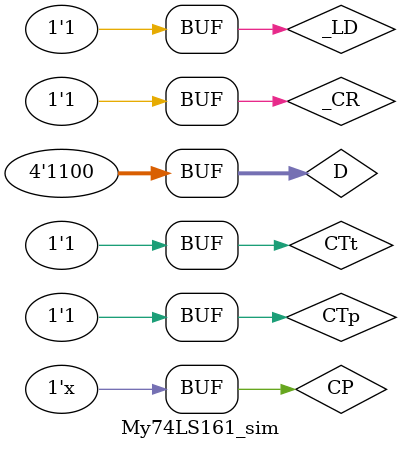
<source format=v>
`timescale 1ns / 1ps


module My74LS161_sim;

	// Inputs
	reg [3:0] D;
	reg _CR;
	reg _LD;
	reg CTt;
	reg CTp;
	reg CP;

	// Outputs
	wire [3:0] Q;
	wire Co;

	// Instantiate the Unit Under Test (UUT)
	My74LS161 uut (
		.D(D), 
		._CR(_CR), 
		._LD(_LD), 
		.CTt(CTt), 
		.CTp(CTp), 
		.CP(CP), 
		.Q(Q), 
		.Co(Co)
	);

	initial begin
		// Initialize Inputs
		D = 0;
		_CR = 0;
		_LD = 0;
		CTt = 0;
		CTp = 0;
		CP = 1;

		// Wait 100 ns for global reset to finish
		#100;
		_CR = 1;
		_LD = 1;
		D = 4'b1100;
		CTt = 0;
		CTp = 0;
		
		#30 _CR = 0;
		#20 _CR = 1;
		#10 _LD = 0;
		#40 CTt = 1;
		CTp = 1;
		#10 _LD = 1;
		
		#510;
		_CR = 0;
		#20 _CR = 1;
		#500;
        
		// Add stimulus here

	end
	
	always begin
		#25;
		CP = ~CP;
	end
      
endmodule


</source>
